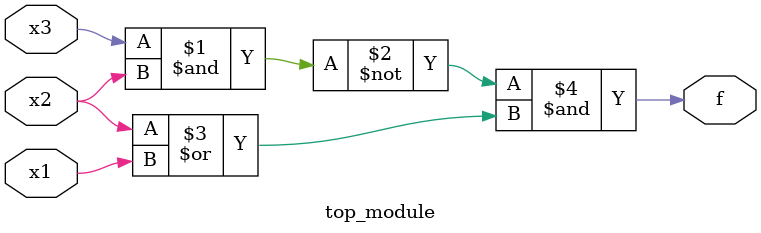
<source format=sv>
module top_module (
	input x3,
	input x2,
	input x1,
	output f
);

	assign f = ~(x3 & x2) & (x2 | x1);
	
endmodule

</source>
